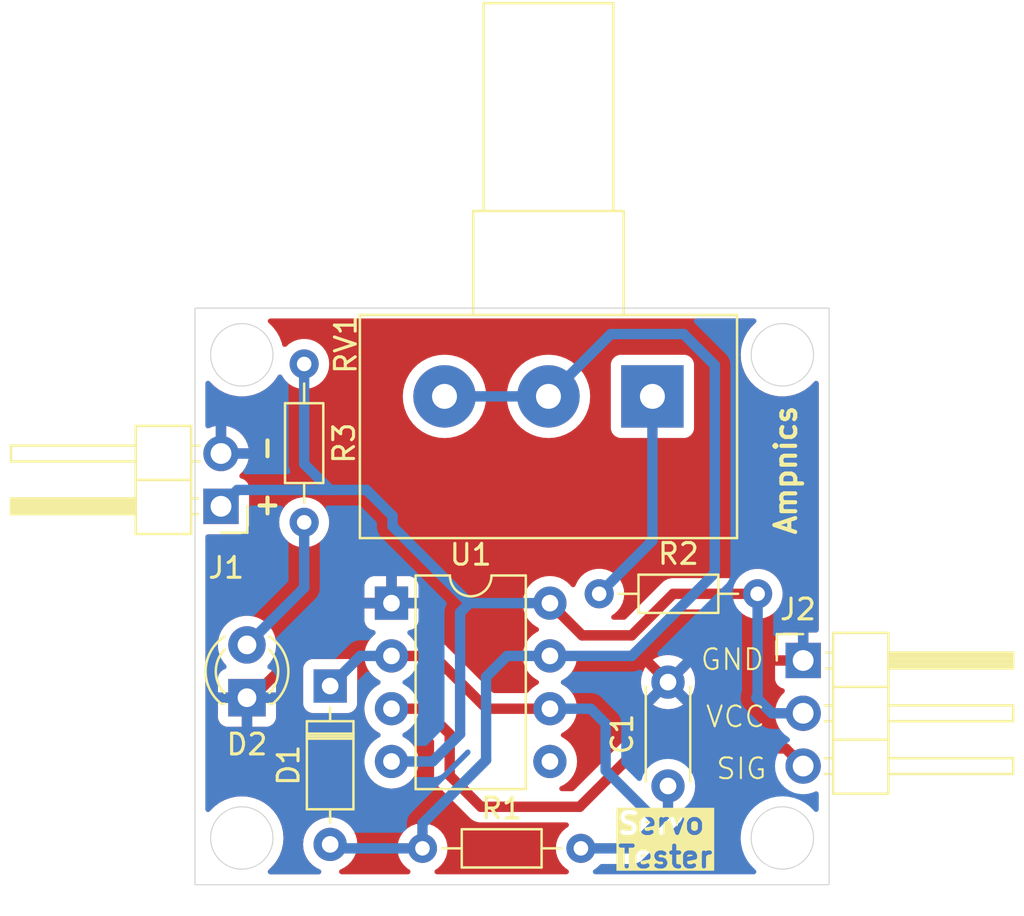
<source format=kicad_pcb>
(kicad_pcb (version 20240108) (generator "pcbnew") (generator_version "8.0")
  (layers (0 "F.Cu" signal) (31 "B.Cu" signal) (34 "B.Paste" user) (35 "F.Paste" user) (36 "B.SilkS" user "B.Silkscreen") (37 "F.SilkS" user "F.Silkscreen") (38 "B.Mask" user) (39 "F.Mask" user) (44 "Edge.Cuts" user))
  (net 0 "")
  (net 1 "GND")
  (net 2 "Net-(D1-K)")
  (net 3 "Net-(D1-A)")
  (net 4 "Net-(D2-A)")
  (net 5 "/VCC")
  (net 6 "/SIG")
  (net 7 "Net-(R2-Pad1)")
  (footprint "Resistor_THT:R_Axial_DIN0204_L3.6mm_D1.6mm_P7.62mm_Horizontal" (layer "F.Cu") (at 103.94 108.25)
    (property "Reference" "R1" (at 3.81 -1.92 0) (layer "F.SilkS"))
    (property "Value" "3M3")
    (fp_line (start 0.94 0) (end 1.89 0) (stroke (width 0.12)) (layer "F.SilkS"))
    (fp_line (start 1.89 -0.92) (end 1.89 0.92) (stroke (width 0.12)) (layer "F.SilkS"))
    (fp_line (start 1.89 0.92) (end 5.73 0.92) (stroke (width 0.12)) (layer "F.SilkS"))
    (fp_line (start 5.73 -0.92) (end 1.89 -0.92) (stroke (width 0.12)) (layer "F.SilkS"))
    (fp_line (start 5.73 0.92) (end 5.73 -0.92) (stroke (width 0.12)) (layer "F.SilkS"))
    (fp_line (start 6.68 0) (end 5.73 0) (stroke (width 0.12)) (layer "F.SilkS"))
    (pad "1" thru_hole circle (at 0 0) (size 1.4 1.4) (drill 0.7) (layers "*.Cu" "*.Mask") (net 3 "Net-(D1-A)"))
    (pad "2" thru_hole oval (at 7.62 0) (size 1.4 1.4) (drill 0.7) (layers "*.Cu" "*.Mask") (net 2 "Net-(D1-K)"))
  )
  (footprint "Package_DIP:DIP-8_W7.62mm" (layer "F.Cu") (at 102.45 96.45)
    (property "Reference" "U1" (at 3.81 -2.33 0) (layer "F.SilkS"))
    (property "Value" "NE555P")
    (fp_line (start 1.16 -1.33) (end 1.16 8.95) (stroke (width 0.12)) (layer "F.SilkS"))
    (fp_line (start 1.16 8.95) (end 6.46 8.95) (stroke (width 0.12)) (layer "F.SilkS"))
    (fp_line (start 2.81 -1.33) (end 1.16 -1.33) (stroke (width 0.12)) (layer "F.SilkS"))
    (fp_line (start 6.46 -1.33) (end 4.81 -1.33) (stroke (width 0.12)) (layer "F.SilkS"))
    (fp_line (start 6.46 8.95) (end 6.46 -1.33) (stroke (width 0.12)) (layer "F.SilkS"))
    (fp_arc (start 4.81 -1.33) (mid 3.81 -0.33) (end 2.81 -1.33) (stroke (width 0.12)) (layer "F.SilkS"))
    (pad "1" thru_hole rect (at 0 0) (size 1.6 1.6) (drill 0.8) (layers "*.Cu" "*.Mask") (net 1 "GND"))
    (pad "2" thru_hole oval (at 0 2.54) (size 1.6 1.6) (drill 0.8) (layers "*.Cu" "*.Mask") (net 2 "Net-(D1-K)"))
    (pad "3" thru_hole oval (at 0 5.08) (size 1.6 1.6) (drill 0.8) (layers "*.Cu" "*.Mask") (net 6 "/SIG"))
    (pad "4" thru_hole oval (at 0 7.62) (size 1.6 1.6) (drill 0.8) (layers "*.Cu" "*.Mask") (net 5 "/VCC"))
    (pad "5" thru_hole oval (at 7.62 7.62) (size 1.6 1.6) (drill 0.8) (layers "*.Cu" "*.Mask"))
    (pad "6" thru_hole oval (at 7.62 5.08) (size 1.6 1.6) (drill 0.8) (layers "*.Cu" "*.Mask") (net 2 "Net-(D1-K)"))
    (pad "7" thru_hole oval (at 7.62 2.54) (size 1.6 1.6) (drill 0.8) (layers "*.Cu" "*.Mask") (net 3 "Net-(D1-A)"))
    (pad "8" thru_hole oval (at 7.62 0) (size 1.6 1.6) (drill 0.8) (layers "*.Cu" "*.Mask") (net 5 "/VCC"))
  )
  (footprint "Resistor_THT:R_Axial_DIN0204_L3.6mm_D1.6mm_P7.62mm_Horizontal" (layer "F.Cu") (at 112.44 96)
    (property "Reference" "R2" (at 3.81 -1.92 0) (layer "F.SilkS"))
    (property "Value" "56K")
    (fp_line (start 0.94 0) (end 1.89 0) (stroke (width 0.12)) (layer "F.SilkS"))
    (fp_line (start 1.89 -0.92) (end 1.89 0.92) (stroke (width 0.12)) (layer "F.SilkS"))
    (fp_line (start 1.89 0.92) (end 5.73 0.92) (stroke (width 0.12)) (layer "F.SilkS"))
    (fp_line (start 5.73 -0.92) (end 1.89 -0.92) (stroke (width 0.12)) (layer "F.SilkS"))
    (fp_line (start 5.73 0.92) (end 5.73 -0.92) (stroke (width 0.12)) (layer "F.SilkS"))
    (fp_line (start 6.68 0) (end 5.73 0) (stroke (width 0.12)) (layer "F.SilkS"))
    (pad "1" thru_hole circle (at 0 0) (size 1.4 1.4) (drill 0.7) (layers "*.Cu" "*.Mask") (net 7 "Net-(R2-Pad1)"))
    (pad "2" thru_hole oval (at 7.62 0) (size 1.4 1.4) (drill 0.7) (layers "*.Cu" "*.Mask") (net 5 "/VCC"))
  )
  (footprint "Resistor_THT:R_Axial_DIN0204_L3.6mm_D1.6mm_P7.62mm_Horizontal" (layer "F.Cu") (at 98.25 84.94 -90)
    (property "Reference" "R3" (at 3.81 -1.92 90) (layer "F.SilkS"))
    (property "Value" "1K")
    (fp_line (start 1.89 0.92) (end 5.73 0.92) (stroke (width 0.12)) (layer "F.SilkS"))
    (fp_line (start 5.73 0.92) (end 5.73 -0.92) (stroke (width 0.12)) (layer "F.SilkS"))
    (fp_line (start 0.94 0) (end 1.89 0) (stroke (width 0.12)) (layer "F.SilkS"))
    (fp_line (start 6.68 0) (end 5.73 0) (stroke (width 0.12)) (layer "F.SilkS"))
    (fp_line (start 1.89 -0.92) (end 1.89 0.92) (stroke (width 0.12)) (layer "F.SilkS"))
    (fp_line (start 5.73 -0.92) (end 1.89 -0.92) (stroke (width 0.12)) (layer "F.SilkS"))
    (pad "1" thru_hole circle (at 0 0 270) (size 1.4 1.4) (drill 0.7) (layers "*.Cu" "*.Mask") (net 5 "/VCC"))
    (pad "2" thru_hole oval (at 7.62 0 270) (size 1.4 1.4) (drill 0.7) (layers "*.Cu" "*.Mask") (net 4 "Net-(D2-A)"))
  )
  (footprint "Connector_PinHeader_2.54mm:PinHeader_1x03_P2.54mm_Horizontal" (layer "F.Cu") (at 122.25 99.21)
    (property "Reference" "J2" (at -0.25 -2.46 0) (layer "F.SilkS"))
    (property "Value" "Conn_01x03_Pin")
    (fp_line (start -1.27 -1.27) (end 0 -1.27) (stroke (width 0.12)) (layer "F.SilkS"))
    (fp_line (start -1.27 0) (end -1.27 -1.27) (stroke (width 0.12)) (layer "F.SilkS"))
    (fp_line (start 1.042929 2.16) (end 1.44 2.16) (stroke (width 0.12)) (layer "F.SilkS"))
    (fp_line (start 1.042929 2.92) (end 1.44 2.92) (stroke (width 0.12)) (layer "F.SilkS"))
    (fp_line (start 1.042929 4.7) (end 1.44 4.7) (stroke (width 0.12)) (layer "F.SilkS"))
    (fp_line (start 1.042929 5.46) (end 1.44 5.46) (stroke (width 0.12)) (layer "F.SilkS"))
    (fp_line (start 1.11 -0.38) (end 1.44 -0.38) (stroke (width 0.12)) (layer "F.SilkS"))
    (fp_line (start 1.11 0.38) (end 1.44 0.38) (stroke (width 0.12)) (layer "F.SilkS"))
    (fp_line (start 1.44 -1.33) (end 1.44 6.41) (stroke (width 0.12)) (layer "F.SilkS"))
    (fp_line (start 1.44 1.27) (end 4.1 1.27) (stroke (width 0.12)) (layer "F.SilkS"))
    (fp_line (start 1.44 3.81) (end 4.1 3.81) (stroke (width 0.12)) (layer "F.SilkS"))
    (fp_line (start 1.44 6.41) (end 4.1 6.41) (stroke (width 0.12)) (layer "F.SilkS"))
    (fp_line (start 4.1 -1.33) (end 1.44 -1.33) (stroke (width 0.12)) (layer "F.SilkS"))
    (fp_line (start 4.1 -0.38) (end 10.1 -0.38) (stroke (width 0.12)) (layer "F.SilkS"))
    (fp_line (start 4.1 -0.32) (end 10.1 -0.32) (stroke (width 0.12)) (layer "F.SilkS"))
    (fp_line (start 4.1 -0.2) (end 10.1 -0.2) (stroke (width 0.12)) (layer "F.SilkS"))
    (fp_line (start 4.1 -0.08) (end 10.1 -0.08) (stroke (width 0.12)) (layer "F.SilkS"))
    (fp_line (start 4.1 0.04) (end 10.1 0.04) (stroke (width 0.12)) (layer "F.SilkS"))
    (fp_line (start 4.1 0.16) (end 10.1 0.16) (stroke (width 0.12)) (layer "F.SilkS"))
    (fp_line (start 4.1 0.28) (end 10.1 0.28) (stroke (width 0.12)) (layer "F.SilkS"))
    (fp_line (start 4.1 2.16) (end 10.1 2.16) (stroke (width 0.12)) (layer "F.SilkS"))
    (fp_line (start 4.1 4.7) (end 10.1 4.7) (stroke (width 0.12)) (layer "F.SilkS"))
    (fp_line (start 4.1 6.41) (end 4.1 -1.33) (stroke (width 0.12)) (layer "F.SilkS"))
    (fp_line (start 10.1 -0.38) (end 10.1 0.38) (stroke (width 0.12)) (layer "F.SilkS"))
    (fp_line (start 10.1 0.38) (end 4.1 0.38) (stroke (width 0.12)) (layer "F.SilkS"))
    (fp_line (start 10.1 2.16) (end 10.1 2.92) (stroke (width 0.12)) (layer "F.SilkS"))
    (fp_line (start 10.1 2.92) (end 4.1 2.92) (stroke (width 0.12)) (layer "F.SilkS"))
    (fp_line (start 10.1 4.7) (end 10.1 5.46) (stroke (width 0.12)) (layer "F.SilkS"))
    (fp_line (start 10.1 5.46) (end 4.1 5.46) (stroke (width 0.12)) (layer "F.SilkS"))
    (pad "1" thru_hole rect (at 0 0) (size 1.7 1.7) (drill 1) (layers "*.Cu" "*.Mask") (net 1 "GND"))
    (pad "2" thru_hole oval (at 0 2.54) (size 1.7 1.7) (drill 1) (layers "*.Cu" "*.Mask") (net 5 "/VCC"))
    (pad "3" thru_hole oval (at 0 5.08) (size 1.7 1.7) (drill 1) (layers "*.Cu" "*.Mask") (net 6 "/SIG"))
  )
  (footprint "Capacitor_THT:C_Disc_D4.3mm_W1.9mm_P5.00mm" (layer "F.Cu") (at 115.75 105.25 90)
    (property "Reference" "C1" (at 2.5 -2.2 90) (layer "F.SilkS"))
    (property "Value" "22nF")
    (fp_line (start 4.77 -1.07) (end 4.77 -1.055) (stroke (width 0.12)) (layer "F.SilkS"))
    (fp_line (start 0.23 -1.07) (end 4.77 -1.07) (stroke (width 0.12)) (layer "F.SilkS"))
    (fp_line (start 0.23 -1.07) (end 0.23 -1.055) (stroke (width 0.12)) (layer "F.SilkS"))
    (fp_line (start 4.77 1.055) (end 4.77 1.07) (stroke (width 0.12)) (layer "F.SilkS"))
    (fp_line (start 0.23 1.055) (end 0.23 1.07) (stroke (width 0.12)) (layer "F.SilkS"))
    (fp_line (start 0.23 1.07) (end 4.77 1.07) (stroke (width 0.12)) (layer "F.SilkS"))
    (pad "1" thru_hole circle (at 0 0 90) (size 1.6 1.6) (drill 0.8) (layers "*.Cu" "*.Mask") (net 2 "Net-(D1-K)"))
    (pad "2" thru_hole circle (at 5 0 90) (size 1.6 1.6) (drill 0.8) (layers "*.Cu" "*.Mask") (net 1 "GND"))
  )
  (footprint "Connector_PinHeader_2.54mm:PinHeader_1x02_P2.54mm_Horizontal" (layer "F.Cu") (at 94.25 91.79 180)
    (property "Reference" "J1" (at -0.25 -2.96 0) (layer "F.SilkS"))
    (property "Value" "Conn_01x02_Pin")
    (fp_line (start 10.1 2.92) (end 4.1 2.92) (stroke (width 0.12)) (layer "F.SilkS"))
    (fp_line (start 10.1 2.16) (end 10.1 2.92) (stroke (width 0.12)) (layer "F.SilkS"))
    (fp_line (start 10.1 0.38) (end 4.1 0.38) (stroke (width 0.12)) (layer "F.SilkS"))
    (fp_line (start 10.1 -0.38) (end 10.1 0.38) (stroke (width 0.12)) (layer "F.SilkS"))
    (fp_line (start 4.1 3.87) (end 4.1 -1.33) (stroke (width 0.12)) (layer "F.SilkS"))
    (fp_line (start 4.1 2.16) (end 10.1 2.16) (stroke (width 0.12)) (layer "F.SilkS"))
    (fp_line (start 4.1 0.28) (end 10.1 0.28) (stroke (width 0.12)) (layer "F.SilkS"))
    (fp_line (start 4.1 0.16) (end 10.1 0.16) (stroke (width 0.12)) (layer "F.SilkS"))
    (fp_line (start 4.1 0.04) (end 10.1 0.04) (stroke (width 0.12)) (layer "F.SilkS"))
    (fp_line (start 4.1 -0.08) (end 10.1 -0.08) (stroke (width 0.12)) (layer "F.SilkS"))
    (fp_line (start 4.1 -0.2) (end 10.1 -0.2) (stroke (width 0.12)) (layer "F.SilkS"))
    (fp_line (start 4.1 -0.32) (end 10.1 -0.32) (stroke (width 0.12)) (layer "F.SilkS"))
    (fp_line (start 4.1 -0.38) (end 10.1 -0.38) (stroke (width 0.12)) (layer "F.SilkS"))
    (fp_line (start 4.1 -1.33) (end 1.44 -1.33) (stroke (width 0.12)) (layer "F.SilkS"))
    (fp_line (start 1.44 3.87) (end 4.1 3.87) (stroke (width 0.12)) (layer "F.SilkS"))
    (fp_line (start 1.44 1.27) (end 4.1 1.27) (stroke (width 0.12)) (layer "F.SilkS"))
    (fp_line (start 1.44 -1.33) (end 1.44 3.87) (stroke (width 0.12)) (layer "F.SilkS"))
    (fp_line (start 1.11 0.38) (end 1.44 0.38) (stroke (width 0.12)) (layer "F.SilkS"))
    (fp_line (start 1.11 -0.38) (end 1.44 -0.38) (stroke (width 0.12)) (layer "F.SilkS"))
    (fp_line (start 1.042929 2.92) (end 1.44 2.92) (stroke (width 0.12)) (layer "F.SilkS"))
    (fp_line (start 1.042929 2.16) (end 1.44 2.16) (stroke (width 0.12)) (layer "F.SilkS"))
    (fp_line (start -1.27 0) (end -1.27 -1.27) (stroke (width 0.12)) (layer "F.SilkS"))
    (fp_line (start -1.27 -1.27) (end 0 -1.27) (stroke (width 0.12)) (layer "F.SilkS"))
    (pad "1" thru_hole rect (at 0 0 180) (size 1.7 1.7) (drill 1) (layers "*.Cu" "*.Mask") (net 5 "/VCC"))
    (pad "2" thru_hole oval (at 0 2.54 180) (size 1.7 1.7) (drill 1) (layers "*.Cu" "*.Mask") (net 1 "GND"))
  )
  (footprint "Potentiometer_THT:Potentiometer_Alps_RK163_Single_Horizontal" (layer "F.Cu") (at 115 86.5 -90)
    (property "Reference" "RV1" (at -2.5 14.75 90) (layer "F.SilkS"))
    (property "Value" "100K")
    (fp_line (start -3.92 14.07) (end -3.92 -4.07) (stroke (width 0.12)) (layer "F.SilkS"))
    (fp_line (start 6.82 14.07) (end -3.92 14.07) (stroke (width 0.12)) (layer "F.SilkS"))
    (fp_line (start 6.82 14.07) (end 6.82 -4.07) (stroke (width 0.12)) (layer "F.SilkS"))
    (fp_line (start -8.92 8.62) (end -8.92 1.38) (stroke (width 0.12)) (layer "F.SilkS"))
    (fp_line (start -3.92 8.62) (end -8.92 8.62) (stroke (width 0.12)) (layer "F.SilkS"))
    (fp_line (start -18.92 8.12) (end -18.92 1.88) (stroke (width 0.12)) (layer "F.SilkS"))
    (fp_line (start -8.92 8.12) (end -18.92 8.12) (stroke (width 0.12)) (layer "F.SilkS"))
    (fp_line (start -8.92 1.88) (end -18.92 1.88) (stroke (width 0.12)) (layer "F.SilkS"))
    (fp_line (start -3.92 1.38) (end -8.92 1.38) (stroke (width 0.12)) (layer "F.SilkS"))
    (fp_line (start 6.82 -4.07) (end -3.92 -4.07) (stroke (width 0.12)) (layer "F.SilkS"))
    (pad "1" thru_hole rect (at 0 0 90) (size 3 3) (drill 1.2) (layers "*.Cu" "*.Mask") (net 7 "Net-(R2-Pad1)"))
    (pad "2" thru_hole circle (at 0 5 90) (size 3 3) (drill 1.2) (layers "*.Cu" "*.Mask") (net 3 "Net-(D1-A)"))
    (pad "3" thru_hole circle (at 0 10 90) (size 3 3) (drill 1.2) (layers "*.Cu" "*.Mask") (net 3 "Net-(D1-A)"))
  )
  (footprint "LED_THT:LED_D3.0mm" (layer "F.Cu") (at 95.5 101 90)
    (property "Reference" "D2" (at -2.25 0 180) (layer "F.SilkS"))
    (property "Value" "LED")
    (fp_line (start -0.29 -1.236) (end -0.29 -1.08) (stroke (width 0.12)) (layer "F.SilkS"))
    (fp_line (start -0.29 1.08) (end -0.29 1.236) (stroke (width 0.12)) (layer "F.SilkS"))
    (fp_arc (start -0.29 -1.235516) (mid 1.366487 -1.987659) (end 2.942335 -1.078608) (stroke (width 0.12)) (layer "F.SilkS"))
    (fp_arc (start 0.229039 -1.08) (mid 1.270117 -1.5) (end 2.31113 -1.079837) (stroke (width 0.12)) (layer "F.SilkS"))
    (fp_arc (start 2.942335 1.078608) (mid 1.366487 1.987659) (end -0.29 1.235516) (stroke (width 0.12)) (layer "F.SilkS"))
    (fp_arc (start 2.31113 1.079837) (mid 1.270117 1.5) (end 0.229039 1.08) (stroke (width 0.12)) (layer "F.SilkS"))
    (pad "1" thru_hole rect (at 0 0 90) (size 1.8 1.8) (drill 0.9) (layers "*.Cu" "*.Mask") (net 1 "GND"))
    (pad "2" thru_hole circle (at 2.54 0 90) (size 1.8 1.8) (drill 0.9) (layers "*.Cu" "*.Mask") (net 4 "Net-(D2-A)"))
  )
  (footprint "Diode_THT:D_DO-35_SOD27_P7.62mm_Horizontal" (layer "F.Cu") (at 99.5 100.44 -90)
    (property "Reference" "D1" (at 3.81 2 90) (layer "F.SilkS"))
    (property "Value" "1N4148")
    (fp_line (start 1.69 1.12) (end 5.93 1.12) (stroke (width 0.12)) (layer "F.SilkS"))
    (fp_line (start 5.93 1.12) (end 5.93 -1.12) (stroke (width 0.12)) (layer "F.SilkS"))
    (fp_line (start 1.04 0) (end 1.69 0) (stroke (width 0.12)) (layer "F.SilkS"))
    (fp_line (start 6.58 0) (end 5.93 0) (stroke (width 0.12)) (layer "F.SilkS"))
    (fp_line (start 1.69 -1.12) (end 1.69 1.12) (stroke (width 0.12)) (layer "F.SilkS"))
    (fp_line (start 2.29 -1.12) (end 2.29 1.12) (stroke (width 0.12)) (layer "F.SilkS"))
    (fp_line (start 2.41 -1.12) (end 2.41 1.12) (stroke (width 0.12)) (layer "F.SilkS"))
    (fp_line (start 2.53 -1.12) (end 2.53 1.12) (stroke (width 0.12)) (layer "F.SilkS"))
    (fp_line (start 5.93 -1.12) (end 1.69 -1.12) (stroke (width 0.12)) (layer "F.SilkS"))
    (pad "1" thru_hole rect (at 0 0 270) (size 1.6 1.6) (drill 0.8) (layers "*.Cu" "*.Mask") (net 2 "Net-(D1-K)"))
    (pad "2" thru_hole oval (at 7.62 0 270) (size 1.6 1.6) (drill 0.8) (layers "*.Cu" "*.Mask") (net 3 "Net-(D1-A)"))
  )
  (gr_rect (start 93 82.25) (end 123.5 110) (stroke (width 0.05)) (fill none) (layer "Edge.Cuts"))
  (gr_circle (center 121.25 107.75) (end 121.25 106.25) (stroke (width 0.05)) (fill none) (layer "Edge.Cuts"))
  (gr_circle (center 95.25 84.5) (end 96.75 84.5) (stroke (width 0.05)) (fill none) (layer "Edge.Cuts"))
  (gr_circle (center 121.25 84.5) (end 122.75 84.5) (stroke (width 0.05)) (fill none) (layer "Edge.Cuts"))
  (gr_circle (center 95.25 107.75) (end 96.75 107.75) (stroke (width 0.05)) (fill none) (layer "Edge.Cuts"))
  (gr_text "SIG" (at 118 105 0) (layer "F.SilkS") (effects (font (size 1 1) (thickness 0.1)) (justify left bottom)))
  (gr_text "VCC" (at 117.5 102.5 0) (layer "F.SilkS") (effects (font (size 1 1) (thickness 0.1)) (justify left bottom)))
  (gr_text "Servo\nTester" (at 113.25 109.25 0) (layer "F.SilkS" knockout) (effects (font (size 1 1) (thickness 0.2) (bold yes)) (justify left bottom)))
  (gr_text "-" (at 97 89.75 90) (layer "F.SilkS") (effects (font (size 1 1) (thickness 0.2) (bold yes)) (justify left bottom)))
  (gr_text "GND" (at 117.25 99.75 0) (layer "F.SilkS") (effects (font (size 1 1) (thickness 0.1)) (justify left bottom)))
  (gr_text "Ampnics" (at 122 93.25 90) (layer "F.SilkS") (effects (font (size 1 1) (thickness 0.2) (bold yes)) (justify left bottom)))
  (gr_text "+" (at 97 92.5 90) (layer "F.SilkS") (effects (font (size 1 1) (thickness 0.2) (bold yes)) (justify left bottom)))
  (segment (start 100.25 89.25) (end 94.25 89.25) (width 0.5) (layer "F.Cu") (net 1))
  (segment (start 95.75 101) (end 95.5 101) (width 0.5) (layer "F.Cu") (net 1))
  (segment (start 100.3 96.45) (end 95.75 101) (width 0.5) (layer "F.Cu") (net 1))
  (segment (start 102.45 91.45) (end 100.25 89.25) (width 0.5) (layer "F.Cu") (net 1))
  (segment (start 102.45 96.45) (end 102.45 91.45) (width 0.5) (layer "F.Cu") (net 1))
  (segment (start 102.45 96.45) (end 100.3 96.45) (width 0.5) (layer "F.Cu") (net 1))
  (segment (start 107.03 101.53) (end 104.49 98.99) (width 0.5) (layer "F.Cu") (net 2))
  (segment (start 110.07 101.53) (end 107.03 101.53) (width 0.5) (layer "F.Cu") (net 2))
  (segment (start 104.49 98.99) (end 102.45 98.99) (width 0.5) (layer "F.Cu") (net 2))
  (segment (start 112.75 104.5) (end 115 106.75) (width 0.5) (layer "B.Cu") (net 2))
  (segment (start 100.95 98.99) (end 99.5 100.44) (width 0.5) (layer "B.Cu") (net 2))
  (segment (start 115.5 106.75) (end 114 108.25) (width 0.5) (layer "B.Cu") (net 2))
  (segment (start 112.03 101.53) (end 112.75 102.25) (width 0.5) (layer "B.Cu") (net 2))
  (segment (start 115.75 106.5) (end 115.5 106.75) (width 0.5) (layer "B.Cu") (net 2))
  (segment (start 115 106.75) (end 115.5 106.75) (width 0.5) (layer "B.Cu") (net 2))
  (segment (start 110.07 101.53) (end 112.03 101.53) (width 0.5) (layer "B.Cu") (net 2))
  (segment (start 112.75 102.25) (end 112.75 104.5) (width 0.5) (layer "B.Cu") (net 2))
  (segment (start 114 108.25) (end 111.56 108.25) (width 0.5) (layer "B.Cu") (net 2))
  (segment (start 115.75 105.25) (end 115.75 106.5) (width 0.5) (layer "B.Cu") (net 2))
  (segment (start 102.45 98.99) (end 100.95 98.99) (width 0.5) (layer "B.Cu") (net 2))
  (segment (start 116.5 83.5) (end 113 83.5) (width 0.5) (layer "B.Cu") (net 3))
  (segment (start 99.69 108.25) (end 99.5 108.06) (width 0.5) (layer "B.Cu") (net 3))
  (segment (start 107 100) (end 107 104) (width 0.5) (layer "B.Cu") (net 3))
  (segment (start 110.07 98.99) (end 114.01 98.99) (width 0.5) (layer "B.Cu") (net 3))
  (segment (start 108.01 98.99) (end 107 100) (width 0.5) (layer "B.Cu") (net 3))
  (segment (start 113 83.5) (end 110 86.5) (width 0.5) (layer "B.Cu") (net 3))
  (segment (start 118 85) (end 116.5 83.5) (width 0.5) (layer "B.Cu") (net 3))
  (segment (start 105 86.5) (end 110 86.5) (width 0.5) (layer "B.Cu") (net 3))
  (segment (start 114.01 98.99) (end 118 95) (width 0.5) (layer "B.Cu") (net 3))
  (segment (start 110.07 98.99) (end 108.01 98.99) (width 0.5) (layer "B.Cu") (net 3))
  (segment (start 103.94 107.06) (end 103.94 108.25) (width 0.5) (layer "B.Cu") (net 3))
  (segment (start 107 104) (end 103.94 107.06) (width 0.5) (layer "B.Cu") (net 3))
  (segment (start 103.94 108.25) (end 99.69 108.25) (width 0.5) (layer "B.Cu") (net 3))
  (segment (start 118 95) (end 118 85) (width 0.5) (layer "B.Cu") (net 3))
  (segment (start 98.25 92.56) (end 98.25 95.71) (width 0.5) (layer "B.Cu") (net 4))
  (segment (start 98.25 95.71) (end 95.5 98.46) (width 0.5) (layer "B.Cu") (net 4))
  (segment (start 120.06 96) (end 116 96) (width 0.5) (layer "F.Cu") (net 5))
  (segment (start 111.62 98) (end 110.07 96.45) (width 0.5) (layer "F.Cu") (net 5))
  (segment (start 116 96) (end 114 98) (width 0.5) (layer "F.Cu") (net 5))
  (segment (start 114 98) (end 111.62 98) (width 0.5) (layer "F.Cu") (net 5))
  (segment (start 105.75 102.75) (end 105.75 96.9) (width 0.5) (layer "B.Cu") (net 5))
  (segment (start 98.25 89.75) (end 99.5 91) (width 0.5) (layer "B.Cu") (net 5))
  (segment (start 102.5 92.75) (end 102.5 92.25) (width 0.5) (layer "B.Cu") (net 5))
  (segment (start 98.25 84.94) (end 98.25 89.75) (width 0.5) (layer "B.Cu") (net 5))
  (segment (start 102.45 104.07) (end 104.43 104.07) (width 0.5) (layer "B.Cu") (net 5))
  (segment (start 101.25 91) (end 99.5 91) (width 0.5) (layer "B.Cu") (net 5))
  (segment (start 120.75 101.75) (end 120 101) (width 0.5) (layer "B.Cu") (net 5))
  (segment (start 106.2 96.45) (end 102.5 92.75) (width 0.5) (layer "B.Cu") (net 5))
  (segment (start 104.43 104.07) (end 105.75 102.75) (width 0.5) (layer "B.Cu") (net 5))
  (segment (start 102.5 92.25) (end 101.25 91) (width 0.5) (layer "B.Cu") (net 5))
  (segment (start 105.75 96.9) (end 106.2 96.45) (width 0.5) (layer "B.Cu") (net 5))
  (segment (start 95.04 91) (end 94.25 91.79) (width 0.5) (layer "B.Cu") (net 5))
  (segment (start 99.5 91) (end 95.04 91) (width 0.5) (layer "B.Cu") (net 5))
  (segment (start 110.07 96.45) (end 106.2 96.45) (width 0.5) (layer "B.Cu") (net 5))
  (segment (start 122.25 101.75) (end 120.75 101.75) (width 0.5) (layer "B.Cu") (net 5))
  (segment (start 120.06 100.94) (end 120.06 96) (width 0.5) (layer "B.Cu") (net 5))
  (segment (start 120 101) (end 120.06 100.94) (width 0.5) (layer "B.Cu") (net 5))
  (segment (start 105.25 104.75) (end 105.25 102.75) (width 0.5) (layer "F.Cu") (net 6))
  (segment (start 122.25 104.29) (end 121.4 103.44) (width 0.5) (layer "F.Cu") (net 6))
  (segment (start 121.4 103.44) (end 114.31 103.44) (width 0.5) (layer "F.Cu") (net 6))
  (segment (start 104.03 101.53) (end 102.45 101.53) (width 0.5) (layer "F.Cu") (net 6))
  (segment (start 105.25 102.75) (end 104.03 101.53) (width 0.5) (layer "F.Cu") (net 6))
  (segment (start 106.75 106.25) (end 105.25 104.75) (width 0.5) (layer "F.Cu") (net 6))
  (segment (start 111.5 106.25) (end 106.75 106.25) (width 0.5) (layer "F.Cu") (net 6))
  (segment (start 114.31 103.44) (end 111.5 106.25) (width 0.5) (layer "F.Cu") (net 6))
  (segment (start 115 86.5) (end 115 93.44) (width 0.5) (layer "B.Cu") (net 7))
  (segment (start 115 93.44) (end 112.44 96) (width 0.5) (layer "B.Cu") (net 7))
  (zone (net 1) (net_name "GND") (layers "F&B.Cu") (connect_pads (clearance 0.5)) (min_thickness 0.25) (fill yes (thermal_gap 0.5) (thermal_bridge_width 0.5))
    (polygon (pts (xy 92.25 81.75) (xy 124.75 81.75) (xy 124.25 111.5) (xy 92.5 111)))
  )
)
</source>
